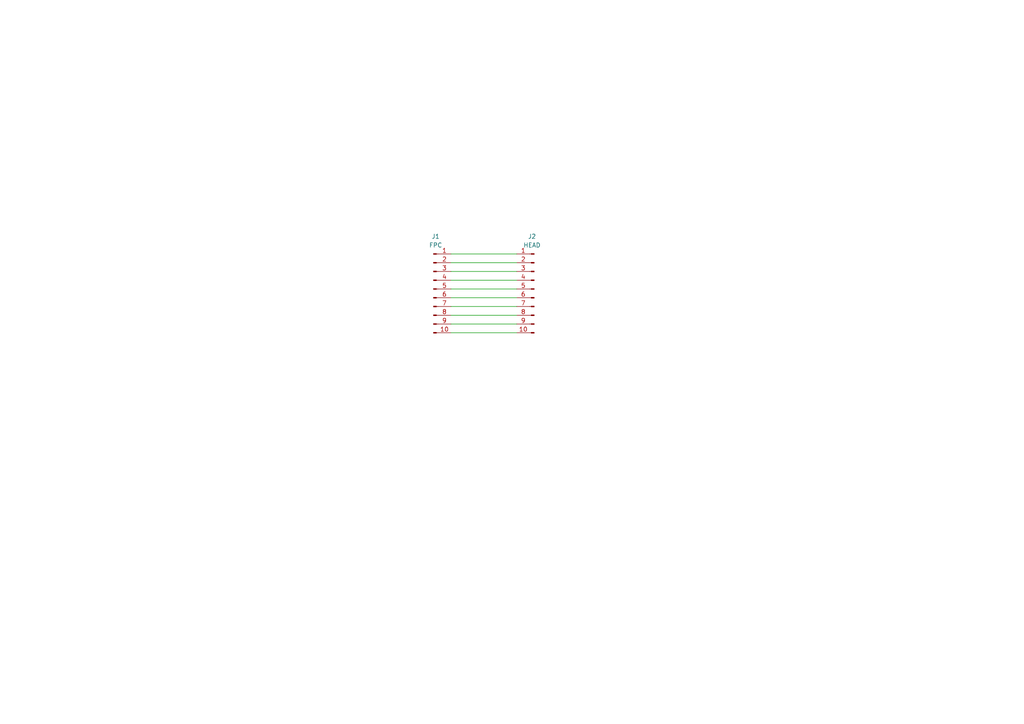
<source format=kicad_sch>
(kicad_sch (version 20231120) (generator "eeschema") (generator_version "8.0")
  (paper "A4")
  (lib_symbols
    (symbol "Connector:Conn_01x10_Pin" (pin_names (offset 1.016) hide)
      (property "Reference" "J" (at 0 12.7 0))
      (property "Value" "Conn_01x10_Pin" (at 0 -15.24 0))
      (symbol "Conn_01x10_Pin_1_1"
        (polyline (pts (xy 1.27 -12.7) (xy 0.8636 -12.7)) (stroke (width 0.1524)))
        (polyline (pts (xy 1.27 -10.16) (xy 0.8636 -10.16)) (stroke (width 0.1524)))
        (polyline (pts (xy 1.27 -7.62) (xy 0.8636 -7.62)) (stroke (width 0.1524)))
        (polyline (pts (xy 1.27 -5.08) (xy 0.8636 -5.08)) (stroke (width 0.1524)))
        (polyline (pts (xy 1.27 -2.54) (xy 0.8636 -2.54)) (stroke (width 0.1524)))
        (polyline (pts (xy 1.27 0) (xy 0.8636 0)) (stroke (width 0.1524)))
        (polyline (pts (xy 1.27 2.54) (xy 0.8636 2.54)) (stroke (width 0.1524)))
        (polyline (pts (xy 1.27 5.08) (xy 0.8636 5.08)) (stroke (width 0.1524)))
        (polyline (pts (xy 1.27 7.62) (xy 0.8636 7.62)) (stroke (width 0.1524)))
        (polyline (pts (xy 1.27 10.16) (xy 0.8636 10.16)) (stroke (width 0.1524)))
        (rectangle (start 0.8636 -12.573) (end 0 -12.827) (stroke (width 0.1524)) (fill (type outline)))
        (rectangle (start 0.8636 -10.033) (end 0 -10.287) (stroke (width 0.1524)) (fill (type outline)))
        (rectangle (start 0.8636 -7.493) (end 0 -7.747) (stroke (width 0.1524)) (fill (type outline)))
        (rectangle (start 0.8636 -4.953) (end 0 -5.207) (stroke (width 0.1524)) (fill (type outline)))
        (rectangle (start 0.8636 -2.413) (end 0 -2.667) (stroke (width 0.1524)) (fill (type outline)))
        (rectangle (start 0.8636 0.127) (end 0 -0.127) (stroke (width 0.1524)) (fill (type outline)))
        (rectangle (start 0.8636 2.667) (end 0 2.413) (stroke (width 0.1524)) (fill (type outline)))
        (rectangle (start 0.8636 5.207) (end 0 4.953) (stroke (width 0.1524)) (fill (type outline)))
        (rectangle (start 0.8636 7.747) (end 0 7.493) (stroke (width 0.1524)) (fill (type outline)))
        (rectangle (start 0.8636 10.287) (end 0 10.033) (stroke (width 0.1524)) (fill (type outline)))
        (pin passive line (at 5.08 10.16 180) (length 3.81) (name "Pin_1") (number "1"))
        (pin passive line (at 5.08 -12.7 180) (length 3.81) (name "Pin_10") (number "10"))
        (pin passive line (at 5.08 7.62 180) (length 3.81) (name "Pin_2") (number "2"))
        (pin passive line (at 5.08 5.08 180) (length 3.81) (name "Pin_3") (number "3"))
        (pin passive line (at 5.08 2.54 180) (length 3.81) (name "Pin_4") (number "4"))
        (pin passive line (at 5.08 0 180) (length 3.81) (name "Pin_5") (number "5"))
        (pin passive line (at 5.08 -2.54 180) (length 3.81) (name "Pin_6") (number "6"))
        (pin passive line (at 5.08 -5.08 180) (length 3.81) (name "Pin_7") (number "7"))
        (pin passive line (at 5.08 -7.62 180) (length 3.81) (name "Pin_8") (number "8"))
        (pin passive line (at 5.08 -10.16 180) (length 3.81) (name "Pin_9") (number "9"))
      )
    )
  )
  (wire (pts (xy 130.81 91.44) (xy 149.86 91.44)))
  (wire (pts (xy 130.81 78.74) (xy 149.86 78.74)))
  (wire (pts (xy 130.81 83.82) (xy 149.86 83.82)))
  (wire (pts (xy 130.81 93.98) (xy 149.86 93.98)))
  (wire (pts (xy 130.81 96.52) (xy 149.86 96.52)))
  (wire (pts (xy 130.81 86.36) (xy 149.86 86.36)))
  (wire (pts (xy 130.81 73.66) (xy 149.86 73.66)))
  (wire (pts (xy 130.81 76.2) (xy 149.86 76.2)))
  (wire (pts (xy 130.81 81.28) (xy 149.86 81.28)))
  (wire (pts (xy 130.81 88.9) (xy 149.86 88.9)))
  (symbol (lib_id "Connector:Conn_01x10_Pin") (at 125.73 83.82 0) (unit 1)
    (property "Reference" "J1" (at 126.365 68.58 0))
    (property "Value" "FPC" (at 126.365 71.12 0))
    (property "Footprint" "Connector_FFC-FPC:Hirose_FH12-10S-0.5SH_1x10-1MP_P0.50mm_Horizontal" (effects (hide yes)))
    (property "Description" "Generic connector, single row, 01x10, script generated" (effects (hide yes)))
  )
  (symbol (lib_id "Connector:Conn_01x10_Pin") (at 154.94 83.82 0) (mirror y) (unit 1)
    (property "Reference" "J2" (at 154.305 68.58 0))
    (property "Value" "HEAD" (at 154.305 71.12 0))
    (property "Footprint" "Connector_PinHeader_2.54mm:PinHeader_1x10_P2.54mm_Vertical" (effects (hide yes)))
    (property "Description" "Generic connector, single row, 01x10, script generated" (effects (hide yes)))
  )
)
</source>
